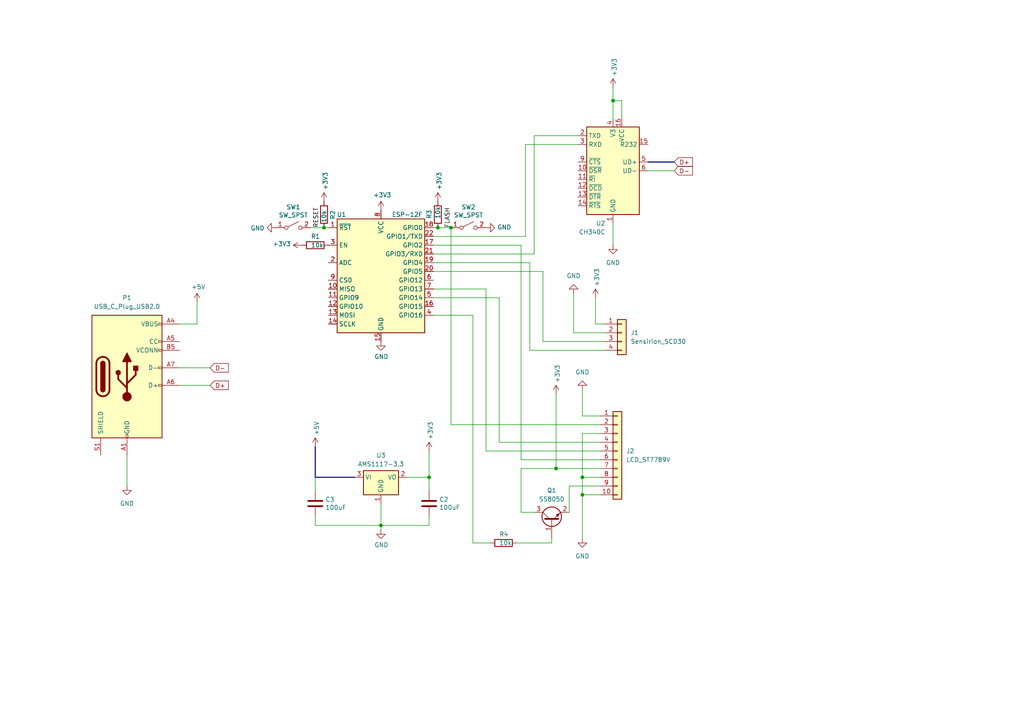
<source format=kicad_sch>
(kicad_sch (version 20231120) (generator "eeschema") (generator_version "8.0")
  (paper "A4")
  (title_block (title "Wi-Fi weather station with Sensirion SCD-30") (company "Vadim Tsyrulnikov"))
  (lib_symbols
    (symbol "Connector:USB_C_Plug_USB2.0" (pin_names (offset 1.016))
      (property "Reference" "P" (at -10.16 19.05 0))
      (property "Value" "USB_C_Plug_USB2.0" (at 12.7 19.05 0))
      (symbol "USB_C_Plug_USB2.0_0_0"
        (rectangle (start -0.254 -17.78) (end 0.254 -16.764))
        (rectangle (start 10.16 -2.286) (end 9.144 -2.794))
        (rectangle (start 10.16 2.794) (end 9.144 2.286))
        (rectangle (start 10.16 7.874) (end 9.144 7.366))
        (rectangle (start 10.16 10.414) (end 9.144 9.906))
        (rectangle (start 10.16 15.494) (end 9.144 14.986))
      )
      (symbol "USB_C_Plug_USB2.0_0_1"
        (rectangle (start -10.16 17.78) (end 10.16 -17.78) (stroke (width 0.254)) (fill (type background)))
        (arc (start -8.89 -3.81) (mid -6.985 -5.7067) (end -5.08 -3.81) (stroke (width 0.508)))
        (arc (start -7.62 -3.81) (mid -6.985 -4.4423) (end -6.35 -3.81) (stroke (width 0.254)))
        (arc (start -7.62 -3.81) (mid -6.985 -4.4423) (end -6.35 -3.81) (stroke (width 0.254)) (fill (type outline)))
        (rectangle (start -7.62 -3.81) (end -6.35 3.81) (stroke (width 0.254)) (fill (type outline)))
        (arc (start -6.35 3.81) (mid -6.985 4.4423) (end -7.62 3.81) (stroke (width 0.254)))
        (arc (start -6.35 3.81) (mid -6.985 4.4423) (end -7.62 3.81) (stroke (width 0.254)) (fill (type outline)))
        (arc (start -5.08 3.81) (mid -6.985 5.7067) (end -8.89 3.81) (stroke (width 0.508)))
        (circle (center -2.54 1.143) (radius 0.635) (stroke (width 0.254)) (fill (type outline)))
        (circle (center 0 -5.842) (radius 1.27) (fill (type outline)))
        (polyline (pts (xy -8.89 -3.81) (xy -8.89 3.81)) (stroke (width 0.508)))
        (polyline (pts (xy -5.08 3.81) (xy -5.08 -3.81)) (stroke (width 0.508)))
        (polyline (pts (xy 0 -5.842) (xy 0 4.318)) (stroke (width 0.508)))
        (polyline (pts (xy 0 -3.302) (xy -2.54 -0.762) (xy -2.54 0.508)) (stroke (width 0.508)))
        (polyline (pts (xy 0 -2.032) (xy 2.54 0.508) (xy 2.54 1.778)) (stroke (width 0.508)))
        (polyline (pts (xy -1.27 4.318) (xy 0 6.858) (xy 1.27 4.318) (xy -1.27 4.318)) (stroke (width 0.254)) (fill (type outline)))
        (rectangle (start 1.905 1.778) (end 3.175 3.048) (stroke (width 0.254)) (fill (type outline)))
      )
      (symbol "USB_C_Plug_USB2.0_1_1"
        (pin passive line (at 0 -22.86 90) (length 5.08) (name "GND") (number "A1"))
        (pin passive line (at 0 -22.86 90) (length 5.08) hide (name "GND") (number "A12"))
        (pin passive line (at 15.24 15.24 180) (length 5.08) (name "VBUS") (number "A4"))
        (pin bidirectional line (at 15.24 10.16 180) (length 5.08) (name "CC") (number "A5"))
        (pin bidirectional line (at 15.24 -2.54 180) (length 5.08) (name "D+") (number "A6"))
        (pin bidirectional line (at 15.24 2.54 180) (length 5.08) (name "D-") (number "A7"))
        (pin passive line (at 15.24 15.24 180) (length 5.08) hide (name "VBUS") (number "A9"))
        (pin passive line (at 0 -22.86 90) (length 5.08) hide (name "GND") (number "B1"))
        (pin passive line (at 0 -22.86 90) (length 5.08) hide (name "GND") (number "B12"))
        (pin passive line (at 15.24 15.24 180) (length 5.08) hide (name "VBUS") (number "B4"))
        (pin bidirectional line (at 15.24 7.62 180) (length 5.08) (name "VCONN") (number "B5"))
        (pin passive line (at 15.24 15.24 180) (length 5.08) hide (name "VBUS") (number "B9"))
        (pin passive line (at -7.62 -22.86 90) (length 5.08) (name "SHIELD") (number "S1"))
      )
    )
    (symbol "Connector_Generic:Conn_01x04" (pin_names (offset 1.016) hide)
      (property "Reference" "J" (at 0 5.08 0))
      (property "Value" "Conn_01x04" (at 0 -7.62 0))
      (symbol "Conn_01x04_1_1"
        (rectangle (start -1.27 -4.953) (end 0 -5.207) (stroke (width 0.1524)))
        (rectangle (start -1.27 -2.413) (end 0 -2.667) (stroke (width 0.1524)))
        (rectangle (start -1.27 0.127) (end 0 -0.127) (stroke (width 0.1524)))
        (rectangle (start -1.27 2.667) (end 0 2.413) (stroke (width 0.1524)))
        (rectangle (start -1.27 3.81) (end 1.27 -6.35) (stroke (width 0.254)) (fill (type background)))
        (pin passive line (at -5.08 2.54 0) (length 3.81) (name "Pin_1") (number "1"))
        (pin passive line (at -5.08 0 0) (length 3.81) (name "Pin_2") (number "2"))
        (pin passive line (at -5.08 -2.54 0) (length 3.81) (name "Pin_3") (number "3"))
        (pin passive line (at -5.08 -5.08 0) (length 3.81) (name "Pin_4") (number "4"))
      )
    )
    (symbol "Connector_Generic:Conn_01x10" (pin_names (offset 1.016) hide)
      (property "Reference" "J" (at 0 12.7 0))
      (property "Value" "Conn_01x10" (at 0 -15.24 0))
      (symbol "Conn_01x10_1_1"
        (rectangle (start -1.27 -12.573) (end 0 -12.827) (stroke (width 0.1524)))
        (rectangle (start -1.27 -10.033) (end 0 -10.287) (stroke (width 0.1524)))
        (rectangle (start -1.27 -7.493) (end 0 -7.747) (stroke (width 0.1524)))
        (rectangle (start -1.27 -4.953) (end 0 -5.207) (stroke (width 0.1524)))
        (rectangle (start -1.27 -2.413) (end 0 -2.667) (stroke (width 0.1524)))
        (rectangle (start -1.27 0.127) (end 0 -0.127) (stroke (width 0.1524)))
        (rectangle (start -1.27 2.667) (end 0 2.413) (stroke (width 0.1524)))
        (rectangle (start -1.27 5.207) (end 0 4.953) (stroke (width 0.1524)))
        (rectangle (start -1.27 7.747) (end 0 7.493) (stroke (width 0.1524)))
        (rectangle (start -1.27 10.287) (end 0 10.033) (stroke (width 0.1524)))
        (rectangle (start -1.27 11.43) (end 1.27 -13.97) (stroke (width 0.254)) (fill (type background)))
        (pin passive line (at -5.08 10.16 0) (length 3.81) (name "Pin_1") (number "1"))
        (pin passive line (at -5.08 -12.7 0) (length 3.81) (name "Pin_10") (number "10"))
        (pin passive line (at -5.08 7.62 0) (length 3.81) (name "Pin_2") (number "2"))
        (pin passive line (at -5.08 5.08 0) (length 3.81) (name "Pin_3") (number "3"))
        (pin passive line (at -5.08 2.54 0) (length 3.81) (name "Pin_4") (number "4"))
        (pin passive line (at -5.08 0 0) (length 3.81) (name "Pin_5") (number "5"))
        (pin passive line (at -5.08 -2.54 0) (length 3.81) (name "Pin_6") (number "6"))
        (pin passive line (at -5.08 -5.08 0) (length 3.81) (name "Pin_7") (number "7"))
        (pin passive line (at -5.08 -7.62 0) (length 3.81) (name "Pin_8") (number "8"))
        (pin passive line (at -5.08 -10.16 0) (length 3.81) (name "Pin_9") (number "9"))
      )
    )
    (symbol "Device:C" (pin_numbers hide) (pin_names (offset 0.254))
      (property "Reference" "C" (at 0.635 2.54 0))
      (property "Value" "C" (at 0.635 -2.54 0))
      (symbol "C_0_1"
        (polyline (pts (xy -2.032 -0.762) (xy 2.032 -0.762)) (stroke (width 0.508)))
        (polyline (pts (xy -2.032 0.762) (xy 2.032 0.762)) (stroke (width 0.508)))
      )
      (symbol "C_1_1"
        (pin passive line (at 0 3.81 270) (length 2.794) (name "~") (number "1"))
        (pin passive line (at 0 -3.81 90) (length 2.794) (name "~") (number "2"))
      )
    )
    (symbol "Device:R" (pin_numbers hide) (pin_names (offset 0))
      (property "Reference" "R" (at 2.032 0 90))
      (property "Value" "R" (at 0 0 90))
      (symbol "R_0_1"
        (rectangle (start -1.016 -2.54) (end 1.016 2.54) (stroke (width 0.254)))
      )
      (symbol "R_1_1"
        (pin passive line (at 0 3.81 270) (length 1.27) (name "~") (number "1"))
        (pin passive line (at 0 -3.81 90) (length 1.27) (name "~") (number "2"))
      )
    )
    (symbol "ESP12F-rescue:+3.3V-power" (power) (pin_names (offset 0))
      (property "Value" "power_+3.3V" (at 0 3.556 0))
      (symbol "+3.3V-power_0_1"
        (polyline (pts (xy -0.762 1.27) (xy 0 2.54)))
        (polyline (pts (xy 0 0) (xy 0 2.54)))
        (polyline (pts (xy 0 2.54) (xy 0.762 1.27)))
      )
      (symbol "+3.3V-power_1_1"
        (pin power_in line (at 0 0 90) (length 0) hide (name "+3V3") (number "1"))
      )
    )
    (symbol "ESP12F-rescue:GND-power" (power) (pin_names (offset 0))
      (property "Value" "power_GND" (at 0 -3.81 0))
      (symbol "GND-power_0_1"
        (polyline (pts (xy 0 0) (xy 0 -1.27) (xy 1.27 -1.27) (xy 0 -2.54) (xy -1.27 -1.27) (xy 0 -1.27)))
      )
      (symbol "GND-power_1_1"
        (pin power_in line (at 0 0 270) (length 0) hide (name "GND") (number "1"))
      )
    )
    (symbol "Interface_USB:CH340C"
      (property "Reference" "U" (at -5.08 13.97 0))
      (property "Value" "CH340C" (at 1.27 13.97 0))
      (symbol "CH340C_0_1"
        (rectangle (start -7.62 12.7) (end 7.62 -12.7) (stroke (width 0.254)) (fill (type background)))
      )
      (symbol "CH340C_1_1"
        (pin power_in line (at 0 -15.24 90) (length 2.54) (name "GND") (number "1"))
        (pin input line (at 10.16 0 180) (length 2.54) (name "~{DSR}") (number "10"))
        (pin input line (at 10.16 -2.54 180) (length 2.54) (name "~{RI}") (number "11"))
        (pin input line (at 10.16 -5.08 180) (length 2.54) (name "~{DCD}") (number "12"))
        (pin output line (at 10.16 -7.62 180) (length 2.54) (name "~{DTR}") (number "13"))
        (pin output line (at 10.16 -10.16 180) (length 2.54) (name "~{RTS}") (number "14"))
        (pin input line (at -10.16 7.62 0) (length 2.54) (name "R232") (number "15"))
        (pin power_in line (at -2.54 15.24 270) (length 2.54) (name "VCC") (number "16"))
        (pin output line (at 10.16 10.16 180) (length 2.54) (name "TXD") (number "2"))
        (pin input line (at 10.16 7.62 180) (length 2.54) (name "RXD") (number "3"))
        (pin power_out line (at 0 15.24 270) (length 2.54) (name "V3") (number "4"))
        (pin bidirectional line (at -10.16 2.54 0) (length 2.54) (name "UD+") (number "5"))
        (pin bidirectional line (at -10.16 0 0) (length 2.54) (name "UD-") (number "6"))
        (pin no_connect line (at -7.62 -5.08 0) (length 2.54) hide (name "NC") (number "7"))
        (pin no_connect line (at -7.62 -7.62 0) (length 2.54) hide (name "NC") (number "8"))
        (pin input line (at 10.16 2.54 180) (length 2.54) (name "~{CTS}") (number "9"))
      )
    )
    (symbol "RF_Module:ESP-12F"
      (property "Reference" "U" (at -12.7 19.05 0))
      (property "Value" "ESP-12F" (at 12.7 19.05 0))
      (symbol "ESP-12F_0_1"
        (rectangle (start -12.7 17.78) (end 12.7 -15.24) (stroke (width 0.254)) (fill (type background)))
      )
      (symbol "ESP-12F_1_1"
        (pin input line (at -15.24 15.24 0) (length 2.54) (name "~{RST}") (number "1"))
        (pin bidirectional line (at -15.24 -2.54 0) (length 2.54) (name "MISO") (number "10"))
        (pin bidirectional line (at -15.24 -5.08 0) (length 2.54) (name "GPIO9") (number "11"))
        (pin bidirectional line (at -15.24 -7.62 0) (length 2.54) (name "GPIO10") (number "12"))
        (pin bidirectional line (at -15.24 -10.16 0) (length 2.54) (name "MOSI") (number "13"))
        (pin bidirectional line (at -15.24 -12.7 0) (length 2.54) (name "SCLK") (number "14"))
        (pin power_in line (at 0 -17.78 90) (length 2.54) (name "GND") (number "15"))
        (pin bidirectional line (at 15.24 -7.62 180) (length 2.54) (name "GPIO15") (number "16"))
        (pin bidirectional line (at 15.24 10.16 180) (length 2.54) (name "GPIO2") (number "17"))
        (pin bidirectional line (at 15.24 15.24 180) (length 2.54) (name "GPIO0") (number "18"))
        (pin bidirectional line (at 15.24 5.08 180) (length 2.54) (name "GPIO4") (number "19"))
        (pin input line (at -15.24 5.08 0) (length 2.54) (name "ADC") (number "2"))
        (pin bidirectional line (at 15.24 2.54 180) (length 2.54) (name "GPIO5") (number "20"))
        (pin bidirectional line (at 15.24 7.62 180) (length 2.54) (name "GPIO3/RXD") (number "21"))
        (pin bidirectional line (at 15.24 12.7 180) (length 2.54) (name "GPIO1/TXD") (number "22"))
        (pin input line (at -15.24 10.16 0) (length 2.54) (name "EN") (number "3"))
        (pin bidirectional line (at 15.24 -10.16 180) (length 2.54) (name "GPIO16") (number "4"))
        (pin bidirectional line (at 15.24 -5.08 180) (length 2.54) (name "GPIO14") (number "5"))
        (pin bidirectional line (at 15.24 0 180) (length 2.54) (name "GPIO12") (number "6"))
        (pin bidirectional line (at 15.24 -2.54 180) (length 2.54) (name "GPIO13") (number "7"))
        (pin power_in line (at 0 20.32 270) (length 2.54) (name "VCC") (number "8"))
        (pin input line (at -15.24 0 0) (length 2.54) (name "CS0") (number "9"))
      )
    )
    (symbol "Regulator_Linear:AMS1117-3.3"
      (property "Reference" "U" (at -3.81 3.175 0))
      (property "Value" "AMS1117-3.3" (at 0 3.175 0))
      (symbol "AMS1117-3.3_0_1"
        (rectangle (start -5.08 -5.08) (end 5.08 1.905) (stroke (width 0.254)) (fill (type background)))
      )
      (symbol "AMS1117-3.3_1_1"
        (pin power_in line (at 0 -7.62 90) (length 2.54) (name "GND") (number "1"))
        (pin power_out line (at 7.62 0 180) (length 2.54) (name "VO") (number "2"))
        (pin power_in line (at -7.62 0 0) (length 2.54) (name "VI") (number "3"))
      )
    )
    (symbol "Switch:SW_SPST" (pin_names (offset 0) hide)
      (property "Reference" "SW" (at 0 3.175 0))
      (property "Value" "SW_SPST" (at 0 -2.54 0))
      (symbol "SW_SPST_0_0"
        (circle (center -2.032 0) (radius 0.508))
        (polyline (pts (xy -1.524 0.254) (xy 1.524 1.778)))
        (circle (center 2.032 0) (radius 0.508))
      )
      (symbol "SW_SPST_1_1"
        (pin passive line (at -5.08 0 0) (length 2.54) (name "A") (number "1"))
        (pin passive line (at 5.08 0 180) (length 2.54) (name "B") (number "2"))
      )
    )
    (symbol "Transistor_BJT:SS8050" (pin_names (offset 0) hide)
      (property "Reference" "Q" (at 5.08 1.905 0))
      (property "Value" "SS8050" (at 5.08 0 0))
      (symbol "SS8050_0_1"
        (polyline (pts (xy 0.635 0.635) (xy 2.54 2.54)))
        (polyline (pts (xy 0.635 -0.635) (xy 2.54 -2.54) (xy 2.54 -2.54)))
        (polyline (pts (xy 0.635 1.905) (xy 0.635 -1.905) (xy 0.635 -1.905)) (stroke (width 0.508)))
        (polyline (pts (xy 1.27 -1.778) (xy 1.778 -1.27) (xy 2.286 -2.286) (xy 1.27 -1.778) (xy 1.27 -1.778)) (fill (type outline)))
        (circle (center 1.27 0) (radius 2.8194) (stroke (width 0.254)))
      )
      (symbol "SS8050_1_1"
        (pin input line (at -5.08 0 0) (length 5.715) (name "B") (number "1"))
        (pin passive line (at 2.54 -5.08 90) (length 2.54) (name "E") (number "2"))
        (pin passive line (at 2.54 5.08 270) (length 2.54) (name "C") (number "3"))
      )
    )
    (symbol "power:GND" (power) (pin_numbers hide) (pin_names (offset 0) hide)
      (property "Value" "GND" (at 0 -3.81 0))
      (symbol "GND_0_1"
        (polyline (pts (xy 0 0) (xy 0 -1.27) (xy 1.27 -1.27) (xy 0 -2.54) (xy -1.27 -1.27) (xy 0 -1.27)))
      )
      (symbol "GND_1_1"
        (pin power_in line (at 0 0 270) (length 0) (name "~") (number "1"))
      )
    )
  )
  (junction (at 168.91 138.43))
  (junction (at 177.8 29.21))
  (junction (at 130.81 66.04))
  (junction (at 127 66.04))
  (junction (at 93.98 66.04))
  (junction (at 161.29 135.89))
  (junction (at 168.91 143.51))
  (junction (at 124.46 138.43))
  (junction (at 110.49 152.4))
  (wire (pts (xy 151.13 148.59) (xy 154.94 148.59)))
  (wire (pts (xy 130.81 123.19) (xy 130.81 66.04)))
  (wire (pts (xy 124.46 152.4) (xy 110.49 152.4)))
  (wire (pts (xy 91.44 152.4) (xy 110.49 152.4)))
  (wire (pts (xy 161.29 114.3) (xy 161.29 135.89)))
  (bus (pts (xy 91.44 129.54) (xy 91.44 138.43)))
  (wire (pts (xy 93.98 66.04) (xy 90.17 66.04)))
  (wire (pts (xy 175.26 96.52) (xy 166.37 96.52)))
  (wire (pts (xy 125.73 86.36) (xy 144.78 86.36)))
  (wire (pts (xy 140.97 83.82) (xy 140.97 130.81)))
  (wire (pts (xy 165.1 148.59) (xy 165.1 140.97)))
  (wire (pts (xy 52.07 93.98) (xy 57.15 93.98)))
  (wire (pts (xy 125.73 76.2) (xy 153.67 76.2)))
  (wire (pts (xy 180.34 29.21) (xy 177.8 29.21)))
  (wire (pts (xy 180.34 34.29) (xy 180.34 29.21)))
  (wire (pts (xy 161.29 135.89) (xy 173.99 135.89)))
  (wire (pts (xy 160.02 157.48) (xy 160.02 156.21)))
  (wire (pts (xy 137.16 157.48) (xy 137.16 91.44)))
  (wire (pts (xy 187.96 49.53) (xy 195.58 49.53)))
  (wire (pts (xy 110.49 152.4) (xy 110.49 153.67)))
  (wire (pts (xy 127 66.04) (xy 130.81 66.04)))
  (wire (pts (xy 168.91 138.43) (xy 168.91 143.51)))
  (wire (pts (xy 151.13 133.35) (xy 173.99 133.35)))
  (wire (pts (xy 154.94 39.37) (xy 167.64 39.37)))
  (wire (pts (xy 118.11 138.43) (xy 124.46 138.43)))
  (wire (pts (xy 124.46 138.43) (xy 124.46 142.24)))
  (wire (pts (xy 125.73 83.82) (xy 140.97 83.82)))
  (wire (pts (xy 153.67 76.2) (xy 153.67 101.6)))
  (wire (pts (xy 151.13 71.12) (xy 151.13 133.35)))
  (wire (pts (xy 173.99 120.65) (xy 168.91 120.65)))
  (wire (pts (xy 177.8 29.21) (xy 177.8 34.29)))
  (wire (pts (xy 152.4 68.58) (xy 152.4 41.91)))
  (wire (pts (xy 175.26 93.98) (xy 172.72 93.98)))
  (wire (pts (xy 166.37 96.52) (xy 166.37 85.09)))
  (wire (pts (xy 91.44 138.43) (xy 91.44 142.24)))
  (wire (pts (xy 157.48 78.74) (xy 125.73 78.74)))
  (wire (pts (xy 168.91 143.51) (xy 173.99 143.51)))
  (wire (pts (xy 154.94 73.66) (xy 154.94 39.37)))
  (wire (pts (xy 142.24 157.48) (xy 137.16 157.48)))
  (wire (pts (xy 152.4 41.91) (xy 167.64 41.91)))
  (wire (pts (xy 144.78 128.27) (xy 173.99 128.27)))
  (wire (pts (xy 93.98 66.04) (xy 95.25 66.04)))
  (wire (pts (xy 168.91 138.43) (xy 173.99 138.43)))
  (wire (pts (xy 124.46 149.86) (xy 124.46 152.4)))
  (wire (pts (xy 57.15 93.98) (xy 57.15 87.63)))
  (wire (pts (xy 168.91 120.65) (xy 168.91 113.03)))
  (wire (pts (xy 110.49 146.05) (xy 110.49 152.4)))
  (wire (pts (xy 175.26 99.06) (xy 157.48 99.06)))
  (wire (pts (xy 157.48 99.06) (xy 157.48 78.74)))
  (wire (pts (xy 177.8 25.4) (xy 177.8 29.21)))
  (wire (pts (xy 172.72 93.98) (xy 172.72 86.36)))
  (wire (pts (xy 125.73 66.04) (xy 127 66.04)))
  (wire (pts (xy 36.83 132.08) (xy 36.83 140.97)))
  (wire (pts (xy 124.46 138.43) (xy 124.46 130.81)))
  (wire (pts (xy 149.86 157.48) (xy 160.02 157.48)))
  (wire (pts (xy 173.99 123.19) (xy 130.81 123.19)))
  (wire (pts (xy 177.8 64.77) (xy 177.8 71.12)))
  (wire (pts (xy 91.44 149.86) (xy 91.44 152.4)))
  (bus (pts (xy 187.96 46.99) (xy 195.58 46.99)))
  (wire (pts (xy 168.91 125.73) (xy 168.91 138.43)))
  (wire (pts (xy 165.1 140.97) (xy 173.99 140.97)))
  (wire (pts (xy 140.97 130.81) (xy 173.99 130.81)))
  (wire (pts (xy 125.73 73.66) (xy 154.94 73.66)))
  (wire (pts (xy 168.91 143.51) (xy 168.91 156.21)))
  (wire (pts (xy 151.13 148.59) (xy 151.13 135.89)))
  (wire (pts (xy 153.67 101.6) (xy 175.26 101.6)))
  (wire (pts (xy 52.07 106.68) (xy 60.96 106.68)))
  (wire (pts (xy 173.99 125.73) (xy 168.91 125.73)))
  (bus (pts (xy 102.87 138.43) (xy 91.44 138.43)))
  (wire (pts (xy 144.78 86.36) (xy 144.78 128.27)))
  (wire (pts (xy 52.07 111.76) (xy 60.96 111.76)))
  (wire (pts (xy 151.13 135.89) (xy 161.29 135.89)))
  (wire (pts (xy 125.73 71.12) (xy 151.13 71.12)))
  (wire (pts (xy 125.73 68.58) (xy 152.4 68.58)))
  (wire (pts (xy 137.16 91.44) (xy 125.73 91.44)))
  (label "FLASH" (at 130.81 66.04 90))
  (label "RESET" (at 92.71 66.04 90))
  (global_label "D-" (shape input) (at 60.96 106.68 0) (property "Intersheetrefs" "${INTERSHEET_REFS}" (effects (hide yes))))
  (global_label "D-" (shape input) (at 195.58 49.53 0) (property "Intersheetrefs" "${INTERSHEET_REFS}" (effects (hide yes))))
  (global_label "D+" (shape input) (at 60.96 111.76 0) (property "Intersheetrefs" "${INTERSHEET_REFS}" (effects (hide yes))))
  (global_label "D+" (shape input) (at 195.58 46.99 0) (property "Intersheetrefs" "${INTERSHEET_REFS}" (effects (hide yes))))
  (symbol (lib_id "RF_Module:ESP-12F") (at 110.49 81.28 0) (unit 1)
    (property "Reference" "U1" (at 99.06 62.23 0))
    (property "Value" "ESP-12F" (at 118.11 62.23 0))
    (property "Footprint" "RF_Module:ESP-12E" (effects (hide yes)))
    (property "Datasheet" "http://wiki.ai-thinker.com/_media/esp8266/esp8266_series_modules_user_manual_v1.1.pdf" (effects (hide yes)))
  )
  (symbol (lib_id "ESP12F-rescue:+3.3V-power") (at 110.49 60.96 0) (unit 1)
    (property "Reference" "#PWR0101" (effects (hide yes)))
    (property "Value" "+3V3" (at 110.871 56.5658 0))
  )
  (symbol (lib_id "ESP12F-rescue:GND-power") (at 110.49 99.06 0) (unit 1)
    (property "Reference" "#PWR0102" (effects (hide yes)))
    (property "Value" "GND" (at 110.617 103.4542 0))
  )
  (symbol (lib_id "Device:R") (at 93.98 62.23 180) (unit 1)
    (property "Reference" "R2" (at 96.52 60.96 90) (effects (justify left)))
    (property "Value" "10k" (at 93.98 60.96 90) (effects (justify left)))
    (property "Footprint" "Resistor_SMD:R_0603_1608Metric_Pad1.05x0.95mm_HandSolder" (effects (hide yes)))
  )
  (symbol (lib_id "Device:R") (at 91.44 71.12 270) (unit 1)
    (property "Reference" "R1" (at 90.17 68.58 90) (effects (justify left)))
    (property "Value" "10k" (at 90.17 71.12 90) (effects (justify left)))
    (property "Footprint" "Resistor_SMD:R_0603_1608Metric_Pad1.05x0.95mm_HandSolder" (effects (hide yes)))
  )
  (symbol (lib_id "Device:R") (at 127 62.23 0) (unit 1)
    (property "Reference" "R3" (at 124.46 63.5 90) (effects (justify left)))
    (property "Value" "10k" (at 127 63.5 90) (effects (justify left)))
    (property "Footprint" "Resistor_SMD:R_0603_1608Metric_Pad1.05x0.95mm_HandSolder" (effects (hide yes)))
  )
  (symbol (lib_id "ESP12F-rescue:+3.3V-power") (at 93.98 58.42 0) (unit 1)
    (property "Reference" "#PWR0105" (effects (hide yes)))
    (property "Value" "+3V3" (at 94.361 55.1688 90) (effects (justify left)))
  )
  (symbol (lib_id "ESP12F-rescue:+3.3V-power") (at 87.63 71.12 90) (unit 1)
    (property "Reference" "#PWR0106" (effects (hide yes)))
    (property "Value" "+3V3" (at 84.3788 70.739 90) (effects (justify left)))
  )
  (symbol (lib_id "ESP12F-rescue:+3.3V-power") (at 127 58.42 0) (unit 1)
    (property "Reference" "#PWR0107" (effects (hide yes)))
    (property "Value" "+3V3" (at 127.381 55.1688 90) (effects (justify left)))
  )
  (symbol (lib_id "Switch:SW_SPST") (at 85.09 66.04 0) (unit 1)
    (property "Reference" "SW1" (at 85.09 60.071 0))
    (property "Value" "SW_SPST" (at 85.09 62.3824 0))
    (property "Footprint" "Jumper:SolderJumper-2_P1.3mm_Open_TrianglePad1.0x1.5mm" (effects (hide yes)))
  )
  (symbol (lib_id "ESP12F-rescue:GND-power") (at 80.01 66.04 270) (unit 1)
    (property "Reference" "#PWR0109" (effects (hide yes)))
    (property "Value" "GND" (at 76.7588 66.167 90) (effects (justify right)))
  )
  (symbol (lib_id "Switch:SW_SPST") (at 135.89 66.04 0) (unit 1)
    (property "Reference" "SW2" (at 135.89 60.071 0))
    (property "Value" "SW_SPST" (at 135.89 62.3824 0))
    (property "Footprint" "Jumper:SolderJumper-2_P1.3mm_Open_TrianglePad1.0x1.5mm" (effects (hide yes)))
  )
  (symbol (lib_id "ESP12F-rescue:GND-power") (at 140.97 66.04 90) (unit 1)
    (property "Reference" "#PWR0110" (effects (hide yes)))
    (property "Value" "GND" (at 144.2212 65.913 90) (effects (justify right)))
  )
  (symbol (lib_id "power:GND") (at 168.91 156.21 0) (unit 1)
    (property "Reference" "#PWR011" (effects (hide yes)))
    (property "Value" "GND" (at 168.91 161.29 0))
    (property "Description" "Power symbol creates a global label with name \"GND\" , ground" (effects (hide yes)))
  )
  (symbol (lib_id "Device:R") (at 146.05 157.48 270) (unit 1)
    (property "Reference" "R4" (at 144.78 154.94 90) (effects (justify left)))
    (property "Value" "10k" (at 144.78 157.48 90) (effects (justify left)))
    (property "Footprint" "Resistor_SMD:R_0603_1608Metric_Pad1.05x0.95mm_HandSolder" (effects (hide yes)))
  )
  (symbol (lib_id "Interface_USB:CH340C") (at 177.8 49.53 0) (mirror y) (unit 1)
    (property "Reference" "U2" (at 175.6059 64.77 0) (effects (justify left)))
    (property "Value" "CH340C" (at 175.6059 67.31 0) (effects (justify left)))
    (property "Footprint" "Package_SO:SOIC-16_3.9x9.9mm_P1.27mm" (effects (hide yes)))
    (property "Datasheet" "https://datasheet.lcsc.com/szlcsc/Jiangsu-Qin-Heng-CH340C_C84681.pdf" (effects (hide yes)))
    (property "Description" "USB serial converter, crystal-less, UART, SOIC-16" (effects (hide yes)))
  )
  (symbol (lib_id "ESP12F-rescue:+3.3V-power") (at 161.29 114.3 0) (unit 1)
    (property "Reference" "#PWR012" (effects (hide yes)))
    (property "Value" "+3V3" (at 161.671 111.0488 90) (effects (justify left)))
  )
  (symbol (lib_id "ESP12F-rescue:GND-power") (at 110.49 153.67 0) (unit 1)
    (property "Reference" "#PWR07" (effects (hide yes)))
    (property "Value" "GND" (at 110.617 158.0642 0))
  )
  (symbol (lib_id "ESP12F-rescue:+3.3V-power") (at 172.72 86.36 0) (unit 1)
    (property "Reference" "#PWR05" (effects (hide yes)))
    (property "Value" "+3V3" (at 173.101 83.1088 90) (effects (justify left)))
  )
  (symbol (lib_id "Transistor_BJT:SS8050") (at 160.02 151.13 90) (unit 1)
    (property "Reference" "Q1" (at 160.02 142.24 90))
    (property "Value" "SS8050" (at 160.02 144.78 90))
    (property "Footprint" "Package_TO_SOT_SMD:SOT-23" (effects (hide yes)))
    (property "Datasheet" "http://www.secosgmbh.com/datasheet/products/SSMPTransistor/SOT-23/SS8050.pdf" (effects (hide yes)))
    (property "Description" "General Purpose NPN Transistor, 1.5A Ic, 25V Vce, SOT-23" (effects (hide yes)))
  )
  (symbol (lib_id "ESP12F-rescue:+3.3V-power") (at 57.15 87.63 0) (unit 1)
    (property "Reference" "#PWR02" (effects (hide yes)))
    (property "Value" "+5V" (at 57.531 83.2358 0))
  )
  (symbol (lib_id "ESP12F-rescue:+3.3V-power") (at 177.8 25.4 0) (unit 1)
    (property "Reference" "#PWR04" (effects (hide yes)))
    (property "Value" "+3V3" (at 178.181 22.1488 90) (effects (justify left)))
  )
  (symbol (lib_id "power:GND") (at 168.91 113.03 0) (mirror x) (unit 1)
    (property "Reference" "#PWR010" (effects (hide yes)))
    (property "Value" "GND" (at 168.91 107.95 0))
    (property "Description" "Power symbol creates a global label with name \"GND\" , ground" (effects (hide yes)))
  )
  (symbol (lib_id "Device:C") (at 91.44 146.05 0) (unit 1)
    (property "Reference" "C3" (at 94.361 144.8816 0) (effects (justify left)))
    (property "Value" "100uF" (at 94.361 147.193 0) (effects (justify left)))
    (property "Footprint" "Capacitor_SMD:C_0603_1608Metric_Pad1.05x0.95mm_HandSolder" (effects (hide yes)))
  )
  (symbol (lib_id "Connector_Generic:Conn_01x04") (at 180.34 96.52 0) (unit 1)
    (property "Reference" "J1" (at 182.88 96.5199 0) (effects (justify left)))
    (property "Value" "Sensirion_SCD30" (at 182.88 99.0599 0) (effects (justify left)))
    (property "Description" "Generic connector, single row, 01x04, script generated (kicad-library-utils/schlib/autogen/connector/)" (effects (hide yes)))
  )
  (symbol (lib_id "power:GND") (at 36.83 140.97 0) (unit 1)
    (property "Reference" "#PWR01" (effects (hide yes)))
    (property "Value" "GND" (at 36.83 146.05 0))
    (property "Description" "Power symbol creates a global label with name \"GND\" , ground" (effects (hide yes)))
  )
  (symbol (lib_id "Device:C") (at 124.46 146.05 0) (unit 1)
    (property "Reference" "C2" (at 127.381 144.8816 0) (effects (justify left)))
    (property "Value" "100uF" (at 127.381 147.193 0) (effects (justify left)))
    (property "Footprint" "Capacitor_SMD:C_0603_1608Metric_Pad1.05x0.95mm_HandSolder" (effects (hide yes)))
  )
  (symbol (lib_id "Connector:USB_C_Plug_USB2.0") (at 36.83 109.22 0) (unit 1)
    (property "Reference" "P1" (at 36.83 86.36 0))
    (property "Value" "USB_C_Plug_USB2.0" (at 36.83 88.9 0))
    (property "Datasheet" "https://www.usb.org/sites/default/files/documents/usb_type-c.zip" (effects (hide yes)))
    (property "Description" "USB 2.0-only Type-C Plug connector" (effects (hide yes)))
  )
  (symbol (lib_id "Regulator_Linear:AMS1117-3.3") (at 110.49 138.43 0) (unit 1)
    (property "Reference" "U3" (at 110.49 132.08 0))
    (property "Value" "AMS1117-3.3" (at 110.49 134.62 0))
    (property "Footprint" "Package_TO_SOT_SMD:SOT-223-3_TabPin2" (effects (hide yes)))
    (property "Datasheet" "http://www.advanced-monolithic.com/pdf/ds1117.pdf" (effects (hide yes)))
    (property "Description" "1A Low Dropout regulator, positive, 3.3V fixed output, SOT-223" (effects (hide yes)))
  )
  (symbol (lib_id "power:GND") (at 177.8 71.12 0) (unit 1)
    (property "Reference" "#PWR03" (effects (hide yes)))
    (property "Value" "GND" (at 177.8 76.2 0))
    (property "Description" "Power symbol creates a global label with name \"GND\" , ground" (effects (hide yes)))
  )
  (symbol (lib_id "power:GND") (at 166.37 85.09 0) (mirror x) (unit 1)
    (property "Reference" "#PWR06" (effects (hide yes)))
    (property "Value" "GND" (at 166.37 80.01 0))
    (property "Description" "Power symbol creates a global label with name \"GND\" , ground" (effects (hide yes)))
  )
  (symbol (lib_id "ESP12F-rescue:+3.3V-power") (at 124.46 130.81 0) (unit 1)
    (property "Reference" "#PWR08" (effects (hide yes)))
    (property "Value" "+3V3" (at 124.841 127.5588 90) (effects (justify left)))
  )
  (symbol (lib_id "ESP12F-rescue:+3.3V-power") (at 91.44 129.54 0) (unit 1)
    (property "Reference" "#PWR09" (effects (hide yes)))
    (property "Value" "+5V" (at 91.821 126.2888 90) (effects (justify left)))
  )
  (symbol (lib_id "Connector_Generic:Conn_01x10") (at 179.07 130.81 0) (unit 1)
    (property "Reference" "J2" (at 181.61 130.8099 0) (effects (justify left)))
    (property "Value" "LCD_ST7789V" (at 181.61 133.3499 0) (effects (justify left)))
    (property "Description" "Generic connector, single row, 01x10, script generated (kicad-library-utils/schlib/autogen/connector/)" (effects (hide yes)))
  )
)
</source>
